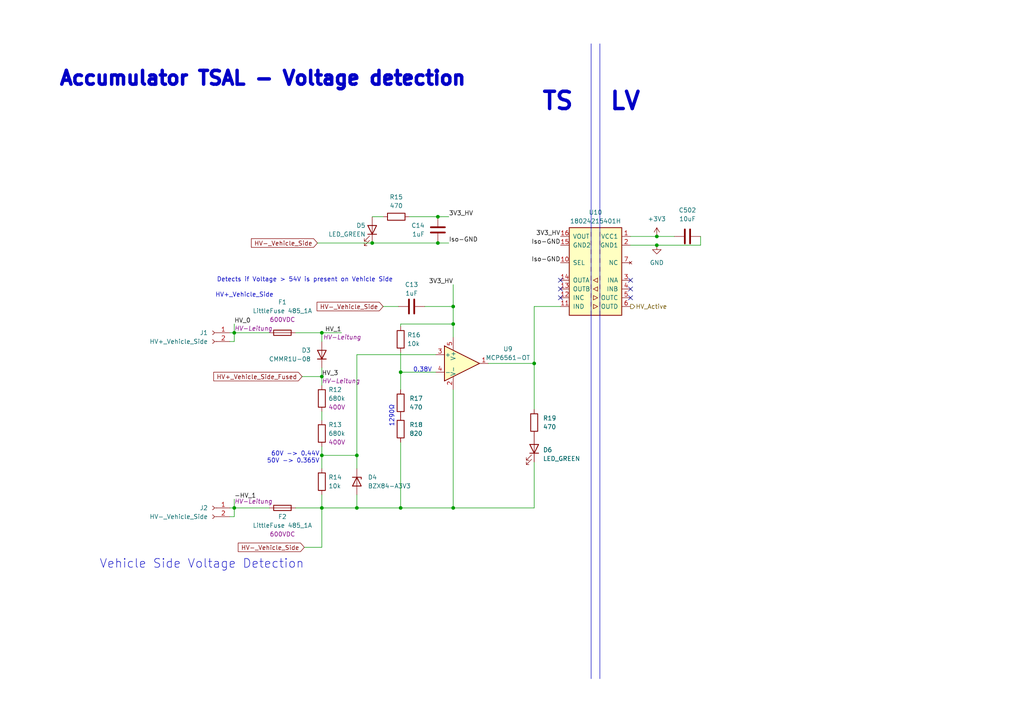
<source format=kicad_sch>
(kicad_sch (version 20231120) (generator "eeschema") (generator_version "8.0")
  (paper "A4")
  (lib_symbols
    (symbol "18024215401H:18024215401H" (pin_names (offset 1.016))
      (property "Reference" "U" (at 0 15.875 0))
      (property "Value" "18024215401H" (at 0 13.97 0))
      (symbol "18024215401H_0_1"
        (rectangle (start -7.62 12.7) (end 7.62 -12.7) (stroke (width 0.254)) (fill (type background)))
        (polyline (pts (xy -1.27 -11.43) (xy -1.27 -12.7)))
        (polyline (pts (xy -1.27 -8.89) (xy -1.27 -10.16)))
        (polyline (pts (xy -1.27 -6.35) (xy -1.27 -7.62)))
        (polyline (pts (xy -1.27 -3.81) (xy -1.27 -5.08)))
        (polyline (pts (xy -1.27 -1.27) (xy -1.27 -2.54)))
        (polyline (pts (xy -1.27 1.27) (xy -1.27 0)))
        (polyline (pts (xy -1.27 3.81) (xy -1.27 2.54)))
        (polyline (pts (xy -1.27 6.35) (xy -1.27 5.08)))
        (polyline (pts (xy -1.27 8.89) (xy -1.27 7.62)))
        (polyline (pts (xy -1.27 11.43) (xy -1.27 10.16)))
        (polyline (pts (xy 1.27 -11.43) (xy 1.27 -12.7)))
        (polyline (pts (xy 1.27 -8.89) (xy 1.27 -10.16)))
        (polyline (pts (xy 1.27 -6.35) (xy 1.27 -7.62)))
        (polyline (pts (xy 1.27 -3.81) (xy 1.27 -5.08)))
        (polyline (pts (xy 1.27 -1.27) (xy 1.27 -2.54)))
        (polyline (pts (xy 1.27 1.27) (xy 1.27 0)))
        (polyline (pts (xy 1.27 3.81) (xy 1.27 2.54)))
        (polyline (pts (xy 1.27 6.35) (xy 1.27 5.08)))
        (polyline (pts (xy 1.27 8.89) (xy 1.27 7.62)))
        (polyline (pts (xy 1.27 11.43) (xy 1.27 10.16)))
        (polyline (pts (xy -0.635 -10.16) (xy 0.635 -9.525) (xy 0.635 -10.795) (xy -0.635 -10.16)))
        (polyline (pts (xy -0.635 -7.62) (xy 0.635 -6.985) (xy 0.635 -8.255) (xy -0.635 -7.62)))
        (polyline (pts (xy -0.635 -4.445) (xy -0.635 -5.715) (xy 0.635 -5.08) (xy -0.635 -4.445)))
        (polyline (pts (xy -0.635 -1.905) (xy -0.635 -3.175) (xy 0.635 -2.54) (xy -0.635 -1.905)))
      )
      (symbol "18024215401H_1_1"
        (pin power_in line (at -10.16 10.16 0) (length 2.54) (name "VCC1") (number "1"))
        (pin input line (at 10.16 2.54 180) (length 2.54) (name "SEL") (number "10"))
        (pin input line (at 10.16 -10.16 180) (length 2.54) (name "IND") (number "11"))
        (pin input line (at 10.16 -7.62 180) (length 2.54) (name "INC") (number "12"))
        (pin output line (at 10.16 -5.08 180) (length 2.54) (name "OUTB") (number "13"))
        (pin output line (at 10.16 -2.54 180) (length 2.54) (name "OUTA") (number "14"))
        (pin power_out line (at 10.16 7.62 180) (length 2.54) (name "GND2") (number "15"))
        (pin power_out line (at 10.16 10.16 180) (length 2.54) (name "VOUT") (number "16"))
        (pin power_in line (at -10.16 7.62 0) (length 2.54) (name "GND1") (number "2"))
        (pin input line (at -10.16 -2.54 0) (length 2.54) (name "INA") (number "3"))
        (pin input line (at -10.16 -5.08 0) (length 2.54) (name "INB") (number "4"))
        (pin output line (at -10.16 -7.62 0) (length 2.54) (name "OUTC") (number "5"))
        (pin output line (at -10.16 -10.16 0) (length 2.54) (name "OUTD") (number "6"))
        (pin no_connect line (at -10.16 2.54 0) (length 2.54) (name "NC") (number "7"))
        (pin power_in line (at -10.16 7.62 0) (length 2.54) hide (name "GND1") (number "8"))
        (pin power_out line (at 10.16 7.62 180) (length 2.54) hide (name "GND2") (number "9"))
      )
    )
    (symbol "Comparator:MCP6561-OT" (pin_names (offset 0.127))
      (property "Reference" "U" (at -1.27 6.35 0))
      (property "Value" "MCP6561-OT" (at -1.27 3.81 0))
      (symbol "MCP6561-OT_0_1"
        (polyline (pts (xy -5.08 5.08) (xy 5.08 0) (xy -5.08 -5.08) (xy -5.08 5.08)) (stroke (width 0.254)) (fill (type background)))
        (pin power_in line (at -2.54 -7.62 90) (length 3.81) (name "V-") (number "2"))
        (pin power_in line (at -2.54 7.62 270) (length 3.81) (name "V+") (number "5"))
      )
      (symbol "MCP6561-OT_1_1"
        (pin output line (at 7.62 0 180) (length 2.54) (name "~") (number "1"))
        (pin input line (at -7.62 2.54 0) (length 2.54) (name "+") (number "3"))
        (pin input line (at -7.62 -2.54 0) (length 2.54) (name "-") (number "4"))
      )
    )
    (symbol "Connector:Conn_01x02_Female" (pin_names (offset 1.016) hide)
      (property "Reference" "J" (at 0 2.54 0))
      (property "Value" "Conn_01x02_Female" (at 0 -5.08 0))
      (symbol "Conn_01x02_Female_1_1"
        (arc (start 0 -2.032) (mid -0.5058 -2.54) (end 0 -3.048) (stroke (width 0.1524)))
        (polyline (pts (xy -1.27 -2.54) (xy -0.508 -2.54)) (stroke (width 0.1524)))
        (polyline (pts (xy -1.27 0) (xy -0.508 0)) (stroke (width 0.1524)))
        (arc (start 0 0.508) (mid -0.5058 0) (end 0 -0.508) (stroke (width 0.1524)))
        (pin passive line (at -5.08 0 0) (length 3.81) (name "Pin_1") (number "1"))
        (pin passive line (at -5.08 -2.54 0) (length 3.81) (name "Pin_2") (number "2"))
      )
    )
    (symbol "Device:C" (pin_numbers hide) (pin_names (offset 0.254))
      (property "Reference" "C" (at 0.635 2.54 0))
      (property "Value" "C" (at 0.635 -2.54 0))
      (symbol "C_0_1"
        (polyline (pts (xy -2.032 -0.762) (xy 2.032 -0.762)) (stroke (width 0.508)))
        (polyline (pts (xy -2.032 0.762) (xy 2.032 0.762)) (stroke (width 0.508)))
      )
      (symbol "C_1_1"
        (pin passive line (at 0 3.81 270) (length 2.794) (name "~") (number "1"))
        (pin passive line (at 0 -3.81 90) (length 2.794) (name "~") (number "2"))
      )
    )
    (symbol "Device:LED" (pin_numbers hide) (pin_names (offset 1.016) hide)
      (property "Reference" "D" (at 0 2.54 0))
      (property "Value" "LED" (at 0 -2.54 0))
      (symbol "LED_0_1"
        (polyline (pts (xy -1.27 -1.27) (xy -1.27 1.27)) (stroke (width 0.254)))
        (polyline (pts (xy -1.27 0) (xy 1.27 0)))
        (polyline (pts (xy 1.27 -1.27) (xy 1.27 1.27) (xy -1.27 0) (xy 1.27 -1.27)) (stroke (width 0.254)))
        (polyline (pts (xy -3.048 -0.762) (xy -4.572 -2.286) (xy -3.81 -2.286) (xy -4.572 -2.286) (xy -4.572 -1.524)))
        (polyline (pts (xy -1.778 -0.762) (xy -3.302 -2.286) (xy -2.54 -2.286) (xy -3.302 -2.286) (xy -3.302 -1.524)))
      )
      (symbol "LED_1_1"
        (pin passive line (at -3.81 0 0) (length 2.54) (name "K") (number "1"))
        (pin passive line (at 3.81 0 180) (length 2.54) (name "A") (number "2"))
      )
    )
    (symbol "Device:R" (pin_numbers hide) (pin_names (offset 0))
      (property "Reference" "R" (at 2.032 0 90))
      (property "Value" "R" (at 0 0 90))
      (symbol "R_0_1"
        (rectangle (start -1.016 -2.54) (end 1.016 2.54) (stroke (width 0.254)))
      )
      (symbol "R_1_1"
        (pin passive line (at 0 3.81 270) (length 1.27) (name "~") (number "1"))
        (pin passive line (at 0 -3.81 90) (length 1.27) (name "~") (number "2"))
      )
    )
    (symbol "FaSTTUBe_Fuses:485_1A" (pin_numbers hide) (pin_names (offset 0))
      (property "Reference" "F" (at 2.032 0 90))
      (property "Value" "485_1A" (at -5.08 0 90))
      (property "Voltage" "600VDC" (at -2.54 0 90))
      (symbol "485_1A_0_1"
        (rectangle (start -0.762 -2.54) (end 0.762 2.54) (stroke (width 0.254)))
        (polyline (pts (xy 0 2.54) (xy 0 -2.54)))
      )
      (symbol "485_1A_1_1"
        (pin passive line (at 0 3.81 270) (length 1.27) (name "~") (number "1"))
        (pin passive line (at 0 -3.81 90) (length 1.27) (name "~") (number "2"))
      )
    )
    (symbol "HV_Indicator:CMMR1U-08" (pin_numbers hide) (pin_names (offset 1.016) hide)
      (property "Reference" "D" (at 0 2.54 0))
      (property "Value" "CMMR1U-08" (at 0 -2.54 0))
      (symbol "CMMR1U-08_0_1"
        (polyline (pts (xy -1.27 1.27) (xy -1.27 -1.27)) (stroke (width 0.254)))
        (polyline (pts (xy 1.27 0) (xy -1.27 0)))
        (polyline (pts (xy 1.27 1.27) (xy 1.27 -1.27) (xy -1.27 0) (xy 1.27 1.27)) (stroke (width 0.254)))
      )
      (symbol "CMMR1U-08_1_1"
        (pin passive line (at -3.81 0 0) (length 2.54) (name "K") (number "1"))
        (pin passive line (at 3.81 0 180) (length 2.54) (name "A") (number "2"))
      )
    )
    (symbol "Master:BZX84-A5V1" (pin_numbers hide) (pin_names (offset 1.016) hide)
      (property "Reference" "D" (at 0 2.54 0))
      (property "Value" "BZX84-A5V1" (at 0 -2.54 0))
      (symbol "BZX84-A5V1_0_1"
        (polyline (pts (xy 1.27 0) (xy -1.27 0)))
        (polyline (pts (xy -1.27 -1.27) (xy -1.27 1.27) (xy -0.762 1.27)) (stroke (width 0.254)))
        (polyline (pts (xy 1.27 -1.27) (xy 1.27 1.27) (xy -1.27 0) (xy 1.27 -1.27)) (stroke (width 0.254)))
      )
      (symbol "BZX84-A5V1_1_1"
        (pin passive line (at 3.81 0 180) (length 2.54) (name "A") (number "1"))
        (pin passive line (at -3.81 0 0) (length 2.54) (name "K") (number "3"))
      )
    )
    (symbol "power:+3V3" (power) (pin_numbers hide) (pin_names (offset 0) hide)
      (property "Value" "+3V3" (at 0 3.556 0))
      (symbol "+3V3_0_1"
        (polyline (pts (xy -0.762 1.27) (xy 0 2.54)))
        (polyline (pts (xy 0 0) (xy 0 2.54)))
        (polyline (pts (xy 0 2.54) (xy 0.762 1.27)))
      )
      (symbol "+3V3_1_1"
        (pin power_in line (at 0 0 90) (length 0) (name "~") (number "1"))
      )
    )
    (symbol "power:GND" (power) (pin_numbers hide) (pin_names (offset 0) hide)
      (property "Value" "GND" (at 0 -3.81 0))
      (symbol "GND_0_1"
        (polyline (pts (xy 0 0) (xy 0 -1.27) (xy 1.27 -1.27) (xy 0 -2.54) (xy -1.27 -1.27) (xy 0 -1.27)))
      )
      (symbol "GND_1_1"
        (pin power_in line (at 0 0 270) (length 0) (name "~") (number "1"))
      )
    )
  )
  (junction (at 107.95 70.485))
  (junction (at 154.94 105.41))
  (junction (at 67.945 147.32))
  (junction (at 93.345 96.52))
  (junction (at 93.345 132.08))
  (junction (at 103.505 147.32))
  (junction (at 127 70.485))
  (junction (at 93.345 109.22))
  (junction (at 190.5 71.12))
  (junction (at 116.205 107.95))
  (junction (at 103.505 132.08))
  (junction (at 127 62.865))
  (junction (at 131.445 88.9))
  (junction (at 93.345 147.32))
  (junction (at 131.445 93.98))
  (junction (at 67.945 96.52))
  (junction (at 131.445 147.32))
  (junction (at 190.5 68.58))
  (junction (at 116.205 147.32))
  (no_connect (at 182.88 86.36))
  (no_connect (at 182.88 81.28))
  (no_connect (at 162.56 86.36))
  (no_connect (at 182.88 83.82))
  (no_connect (at 162.56 81.28))
  (no_connect (at 162.56 83.82))
  (wire (pts (xy 66.675 99.06) (xy 67.945 99.06)))
  (wire (pts (xy 67.945 147.32) (xy 66.675 147.32)))
  (wire (pts (xy 93.345 132.08) (xy 93.345 135.89)))
  (wire (pts (xy 203.2 68.58) (xy 203.2 71.12)))
  (wire (pts (xy 141.605 105.41) (xy 154.94 105.41)))
  (wire (pts (xy 123.19 88.9) (xy 131.445 88.9)))
  (wire (pts (xy 154.94 88.9) (xy 154.94 105.41)))
  (wire (pts (xy 116.205 128.27) (xy 116.205 147.32)))
  (wire (pts (xy 67.945 93.98) (xy 67.945 96.52)))
  (wire (pts (xy 103.505 132.08) (xy 103.505 135.89)))
  (wire (pts (xy 116.205 93.98) (xy 131.445 93.98)))
  (wire (pts (xy 99.06 96.52) (xy 93.345 96.52)))
  (wire (pts (xy 93.345 147.32) (xy 93.345 143.51)))
  (wire (pts (xy 116.205 147.32) (xy 103.505 147.32)))
  (wire (pts (xy 154.94 105.41) (xy 154.94 118.745)))
  (wire (pts (xy 154.94 147.32) (xy 131.445 147.32)))
  (wire (pts (xy 182.88 68.58) (xy 190.5 68.58)))
  (wire (pts (xy 88.265 158.75) (xy 93.345 158.75)))
  (wire (pts (xy 107.95 70.485) (xy 127 70.485)))
  (wire (pts (xy 116.205 107.95) (xy 116.205 113.03)))
  (wire (pts (xy 131.445 113.03) (xy 131.445 147.32)))
  (wire (pts (xy 116.205 94.615) (xy 116.205 93.98)))
  (wire (pts (xy 154.94 133.985) (xy 154.94 147.32)))
  (wire (pts (xy 115.57 88.9) (xy 111.125 88.9)))
  (wire (pts (xy 93.345 119.38) (xy 93.345 121.92)))
  (wire (pts (xy 107.95 62.865) (xy 111.125 62.865)))
  (wire (pts (xy 103.505 143.51) (xy 103.505 147.32)))
  (wire (pts (xy 154.94 88.9) (xy 162.56 88.9)))
  (wire (pts (xy 131.445 88.9) (xy 131.445 93.98)))
  (wire (pts (xy 92.075 70.485) (xy 107.95 70.485)))
  (wire (pts (xy 130.175 70.485) (xy 127 70.485)))
  (wire (pts (xy 103.505 147.32) (xy 93.345 147.32)))
  (wire (pts (xy 93.345 109.22) (xy 93.345 111.76)))
  (wire (pts (xy 131.445 147.32) (xy 116.205 147.32)))
  (wire (pts (xy 190.5 68.58) (xy 195.58 68.58)))
  (wire (pts (xy 93.345 96.52) (xy 85.725 96.52)))
  (polyline (pts (xy 173.99 12.7) (xy 173.99 196.85)))
  (wire (pts (xy 67.945 96.52) (xy 67.945 99.06)))
  (wire (pts (xy 182.88 71.12) (xy 190.5 71.12)))
  (wire (pts (xy 116.205 107.95) (xy 126.365 107.95)))
  (wire (pts (xy 131.445 93.98) (xy 131.445 97.79)))
  (wire (pts (xy 130.175 62.865) (xy 127 62.865)))
  (wire (pts (xy 103.505 102.87) (xy 103.505 132.08)))
  (wire (pts (xy 116.205 102.235) (xy 116.205 107.95)))
  (wire (pts (xy 126.365 102.87) (xy 103.505 102.87)))
  (wire (pts (xy 93.345 106.68) (xy 93.345 109.22)))
  (wire (pts (xy 87.63 109.22) (xy 93.345 109.22)))
  (wire (pts (xy 93.345 158.75) (xy 93.345 147.32)))
  (wire (pts (xy 118.745 62.865) (xy 127 62.865)))
  (wire (pts (xy 66.675 149.86) (xy 67.945 149.86)))
  (wire (pts (xy 67.945 147.32) (xy 78.105 147.32)))
  (wire (pts (xy 67.945 96.52) (xy 66.675 96.52)))
  (wire (pts (xy 67.945 147.32) (xy 67.945 149.86)))
  (polyline (pts (xy 171.45 12.7) (xy 171.45 196.85)))
  (wire (pts (xy 67.945 96.52) (xy 78.105 96.52)))
  (wire (pts (xy 203.2 71.12) (xy 190.5 71.12)))
  (wire (pts (xy 93.345 129.54) (xy 93.345 132.08)))
  (wire (pts (xy 85.725 147.32) (xy 93.345 147.32)))
  (wire (pts (xy 131.445 82.55) (xy 131.445 88.9)))
  (wire (pts (xy 103.505 132.08) (xy 93.345 132.08)))
  (wire (pts (xy 93.345 96.52) (xy 93.345 99.06)))
  (wire (pts (xy 67.945 144.78) (xy 67.945 147.32)))
  (text "0.38V" (at 122.555 107.315 0) (effects (font (size 1.27 1.27))))
  (text "Accumulator TSAL - Voltage detection" (at 76.2 22.86 0) (effects (font (size 4 4) (thickness 2) (bold yes))))
  (text "Detects if Voltage > 54V is present on Vehicle Side" (at 62.865 81.915 0) (effects (font (size 1.27 1.27)) (justify left bottom)))
  (text "TS" (at 156.845 32.385 0) (effects (font (size 5 5) (thickness 1) (bold yes)) (justify left bottom)))
  (text "Vehicle Side Voltage Detection" (at 88.265 165.1 0) (effects (font (size 2.54 2.54)) (justify right bottom)))
  (text "LV" (at 176.53 32.385 0) (effects (font (size 5 5) (thickness 1) (bold yes)) (justify left bottom)))
  (text "1290 Ω" (at 113.665 120.65 90) (effects (font (size 1.27 1.27))))
  (text "HV+_Vehicle_Side" (at 79.375 86.36 0) (effects (font (size 1.27 1.27)) (justify right bottom)))
  (text "60V -> 0.44V\n50V -> 0.365V" (at 92.71 132.715 0) (effects (font (size 1.27 1.27)) (justify right)))
  (label "HV_3" (at 93.345 109.22 0) (property "Netclass" "HV-Leitung" (at 93.345 110.49 0) (effects (font (italic yes)) (justify left))))
  (label "3V3_HV" (at 130.175 62.865 0))
  (label "Iso-GND" (at 130.175 70.485 0))
  (label "HV_0" (at 67.945 93.98 0) (property "Netclass" "HV-Leitung" (at 67.945 95.25 0) (effects (font (italic yes)) (justify left))))
  (label "-HV_1" (at 67.945 144.78 0) (property "Netclass" "HV-Leitung" (at 67.945 145.415 0) (effects (font (italic yes)) (justify left))))
  (label "3V3_HV" (at 162.56 68.58 180))
  (label "Iso-GND" (at 162.56 71.12 180))
  (label "HV_1" (at 99.06 96.52 180) (property "Netclass" "HV-Leitung" (at 104.775 97.79 0) (effects (font (italic yes)) (justify right))))
  (label "3V3_HV" (at 131.445 82.55 180))
  (label "Iso-GND" (at 162.56 76.2 180))
  (global_label "HV-_Vehicle_Side" (shape input) (at 111.125 88.9 180) (property "Intersheetrefs" "${INTERSHEET_REFS}" (effects (hide yes))))
  (global_label "HV+_Vehicle_Side_Fused" (shape input) (at 87.63 109.22 180) (property "Intersheetrefs" "${INTERSHEET_REFS}" (effects (hide yes))))
  (global_label "HV-_Vehicle_Side" (shape input) (at 88.265 158.75 180) (property "Intersheetrefs" "${INTERSHEET_REFS}" (effects (hide yes))))
  (global_label "HV-_Vehicle_Side" (shape input) (at 92.075 70.485 180) (property "Intersheetrefs" "${INTERSHEET_REFS}" (effects (hide yes))))
  (hierarchical_label "HV_Active" (shape output) (at 182.88 88.9 0))
  (symbol (lib_id "Master:BZX84-A5V1") (at 103.505 139.7 270) (unit 1)
    (property "Reference" "D4" (at 106.68 138.4299 90) (effects (justify left)))
    (property "Value" "BZX84-A3V3" (at 106.68 140.9699 90) (effects (justify left)))
    (property "Footprint" "Package_TO_SOT_SMD:SOT-23-3" (effects (hide yes)))
    (property "Description" "Zener diode 5.1V SOT-23" (effects (hide yes)))
  )
  (symbol (lib_id "Device:C") (at 119.38 88.9 90) (mirror x) (unit 1)
    (property "Reference" "C13" (at 119.38 82.55 90))
    (property "Value" "1uF" (at 119.38 85.09 90))
    (property "Footprint" "Capacitor_SMD:C_0603_1608Metric" (effects (hide yes)))
    (property "Description" "Unpolarized capacitor" (effects (hide yes)))
  )
  (symbol (lib_id "Device:R") (at 93.345 139.7 0) (mirror y) (unit 1)
    (property "Reference" "R14" (at 95.25 138.4299 0) (effects (justify right)))
    (property "Value" "10k" (at 95.25 140.9699 0) (effects (justify right)))
    (property "Footprint" "Resistor_SMD:R_0603_1608Metric" (effects (hide yes)))
    (property "Description" "Resistor" (effects (hide yes)))
  )
  (symbol (lib_id "Connector:Conn_01x02_Female") (at 61.595 147.32 0) (mirror y) (unit 1)
    (property "Reference" "J2" (at 60.325 147.3199 0) (effects (justify left)))
    (property "Value" "HV-_Vehicle_Side" (at 60.325 149.8599 0) (effects (justify left)))
    (property "Footprint" "FaSTTUBe_connectors:Micro_Mate-N-Lok_2p_vertical" (effects (hide yes)))
  )
  (symbol (lib_id "power:+3V3") (at 190.5 68.58 0) (unit 1)
    (property "Reference" "#PWR026" (effects (hide yes)))
    (property "Value" "+3V3" (at 190.5 63.5 0))
    (property "Description" "Power symbol creates a global label with name \"+3V3\"" (effects (hide yes)))
  )
  (symbol (lib_id "Comparator:MCP6561-OT") (at 133.985 105.41 0) (unit 1)
    (property "Reference" "U9" (at 147.32 101.219 0))
    (property "Value" "MCP6561-OT" (at 147.32 103.759 0))
    (property "Footprint" "Package_TO_SOT_SMD:SOT-23-5" (effects (hide yes)))
    (property "Datasheet" "http://ww1.microchip.com/downloads/en/DeviceDoc/MCP6561-1R-1U-2-4-1.8V-Low-Power-Push-Pull-Output-Comparator-DS20002139E.pdf" (effects (hide yes)))
    (property "Description" "Single 1.8V Low-Power Push-Pull Output Comparator, SOT-23-5" (effects (hide yes)))
  )
  (symbol (lib_id "Device:R") (at 93.345 115.57 0) (unit 1)
    (property "Reference" "R12" (at 95.25 113.0299 0) (effects (justify left)))
    (property "Value" "680k" (at 95.25 115.5699 0) (effects (justify left)))
    (property "Footprint" "Resistor_SMD:R_2010_5025Metric" (effects (hide yes)))
    (property "Description" "Resistor" (effects (hide yes)))
    (property "Voltage" "400V" (at 95.25 118.1099 0) (effects (justify left)))
  )
  (symbol (lib_id "FaSTTUBe_Fuses:485_1A") (at 81.915 96.52 270) (mirror x) (unit 1)
    (property "Reference" "F1" (at 81.915 87.63 90))
    (property "Value" "LittleFuse 485_1A" (at 81.915 90.17 90))
    (property "Footprint" "FaSTTUBe_Fuses:Littelfuse_485" (effects (hide yes)))
    (property "Voltage" "600VDC" (at 81.915 92.71 90))
  )
  (symbol (lib_id "Device:C") (at 127 66.675 0) (mirror y) (unit 1)
    (property "Reference" "C14" (at 123.19 65.4049 0) (effects (justify left)))
    (property "Value" "1uF" (at 123.19 67.9449 0) (effects (justify left)))
    (property "Footprint" "Capacitor_SMD:C_0805_2012Metric" (effects (hide yes)))
    (property "Description" "Unpolarized capacitor" (effects (hide yes)))
  )
  (symbol (lib_id "Device:C") (at 199.39 68.58 90) (mirror x) (unit 1)
    (property "Reference" "C502" (at 199.39 60.96 90))
    (property "Value" "10uF" (at 199.39 63.5 90))
    (property "Footprint" "Capacitor_SMD:C_1206_3216Metric" (effects (hide yes)))
    (property "Description" "Unpolarized capacitor" (effects (hide yes)))
  )
  (symbol (lib_id "Device:R") (at 116.205 124.46 0) (mirror y) (unit 1)
    (property "Reference" "R18" (at 118.745 123.19 0) (effects (justify right)))
    (property "Value" "820" (at 118.745 125.73 0) (effects (justify right)))
    (property "Footprint" "Resistor_SMD:R_0603_1608Metric" (effects (hide yes)))
    (property "Description" "Resistor" (effects (hide yes)))
  )
  (symbol (lib_id "power:GND") (at 190.5 71.12 0) (mirror y) (unit 1)
    (property "Reference" "#PWR027" (effects (hide yes)))
    (property "Value" "GND" (at 190.5 76.2 0))
    (property "Description" "Power symbol creates a global label with name \"GND\" , ground" (effects (hide yes)))
  )
  (symbol (lib_id "18024215401H:18024215401H") (at 172.72 78.74 0) (mirror y) (unit 1)
    (property "Reference" "U10" (at 172.72 61.595 0))
    (property "Value" "18024215401H" (at 172.72 64.135 0))
    (property "Footprint" "Package_SO:SOIC-16W_7.5x10.3mm_P1.27mm" (effects (hide yes)))
    (property "Datasheet" "https://www.we-online.com/components/products/datasheet/18024215401L.pdf" (effects (hide yes)))
    (property "Description" "Low Power Quad-Channel 2/2 Digital Isolator, 25Mbps 31ns, Fail-Safe Low, SO16" (effects (hide yes)))
  )
  (symbol (lib_id "Device:LED") (at 154.94 130.175 270) (mirror x) (unit 1)
    (property "Reference" "D6" (at 157.48 130.4924 90) (effects (justify left)))
    (property "Value" "LED_GREEN" (at 157.48 133.0324 90) (effects (justify left)))
    (property "Footprint" "LED_SMD:LED_0603_1608Metric" (effects (hide yes)))
    (property "Description" "Light emitting diode" (effects (hide yes)))
  )
  (symbol (lib_id "Device:LED") (at 107.95 66.675 270) (mirror x) (unit 1)
    (property "Reference" "D5" (at 106.045 65.405 90) (effects (justify right)))
    (property "Value" "LED_GREEN" (at 106.045 67.945 90) (effects (justify right)))
    (property "Footprint" "LED_SMD:LED_0603_1608Metric" (effects (hide yes)))
    (property "Description" "Light emitting diode" (effects (hide yes)))
  )
  (symbol (lib_id "Device:R") (at 114.935 62.865 90) (mirror x) (unit 1)
    (property "Reference" "R15" (at 114.935 57.15 90))
    (property "Value" "470" (at 114.935 59.69 90))
    (property "Footprint" "Resistor_SMD:R_0603_1608Metric" (effects (hide yes)))
    (property "Description" "Resistor" (effects (hide yes)))
  )
  (symbol (lib_id "Connector:Conn_01x02_Female") (at 61.595 96.52 0) (mirror y) (unit 1)
    (property "Reference" "J1" (at 60.325 96.5199 0) (effects (justify left)))
    (property "Value" "HV+_Vehicle_Side" (at 60.325 99.0599 0) (effects (justify left)))
    (property "Footprint" "FaSTTUBe_connectors:Micro_Mate-N-Lok_2p_vertical" (effects (hide yes)))
  )
  (symbol (lib_id "Device:R") (at 154.94 122.555 0) (mirror y) (unit 1)
    (property "Reference" "R19" (at 157.48 121.2849 0) (effects (justify right)))
    (property "Value" "470" (at 157.48 123.8249 0) (effects (justify right)))
    (property "Footprint" "Resistor_SMD:R_0603_1608Metric" (effects (hide yes)))
    (property "Description" "Resistor" (effects (hide yes)))
  )
  (symbol (lib_id "HV_Indicator:CMMR1U-08") (at 93.345 102.87 90) (unit 1)
    (property "Reference" "D3" (at 90.17 101.5999 90) (effects (justify left)))
    (property "Value" "CMMR1U-08" (at 90.17 104.1399 90) (effects (justify left)))
    (property "Footprint" "Diode_SMD:D_SOD-123F" (effects (hide yes)))
    (property "Datasheet" "https://www.mouser.de/datasheet/2/68/CSEMS02975_1-2539073.pdf" (effects (hide yes)))
    (property "Description" "Diode, Vr=800V, I=1.0A" (effects (hide yes)))
  )
  (symbol (lib_id "Device:R") (at 93.345 125.73 0) (unit 1)
    (property "Reference" "R13" (at 95.25 123.1899 0) (effects (justify left)))
    (property "Value" "680k" (at 95.25 125.7299 0) (effects (justify left)))
    (property "Footprint" "Resistor_SMD:R_2010_5025Metric" (effects (hide yes)))
    (property "Description" "Resistor" (effects (hide yes)))
    (property "Voltage" "400V" (at 95.25 128.2699 0) (effects (justify left)))
  )
  (symbol (lib_id "Device:R") (at 116.205 98.425 0) (mirror y) (unit 1)
    (property "Reference" "R16" (at 118.11 97.155 0) (effects (justify right)))
    (property "Value" "10k" (at 118.11 99.695 0) (effects (justify right)))
    (property "Footprint" "Resistor_SMD:R_0603_1608Metric" (effects (hide yes)))
    (property "Description" "Resistor" (effects (hide yes)))
  )
  (symbol (lib_id "FaSTTUBe_Fuses:485_1A") (at 81.915 147.32 270) (mirror x) (unit 1)
    (property "Reference" "F2" (at 81.915 149.86 90))
    (property "Value" "LittleFuse 485_1A" (at 81.915 152.4 90))
    (property "Footprint" "FaSTTUBe_Fuses:Littelfuse_485" (effects (hide yes)))
    (property "Voltage" "600VDC" (at 81.915 154.94 90))
  )
  (symbol (lib_id "Device:R") (at 116.205 116.84 0) (mirror y) (unit 1)
    (property "Reference" "R17" (at 118.745 115.57 0) (effects (justify right)))
    (property "Value" "470" (at 118.745 118.11 0) (effects (justify right)))
    (property "Footprint" "Resistor_SMD:R_0603_1608Metric" (effects (hide yes)))
    (property "Description" "Resistor" (effects (hide yes)))
  )
)
</source>
